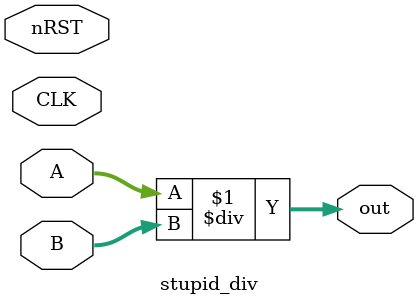
<source format=sv>
module stupid_div (
    input logic CLK,
    input logic nRST,

    input logic signed [31:0] A,
    input logic signed [31:0] B,

    output logic signed [31:0] out
);

    assign out = A / B;

endmodule
</source>
